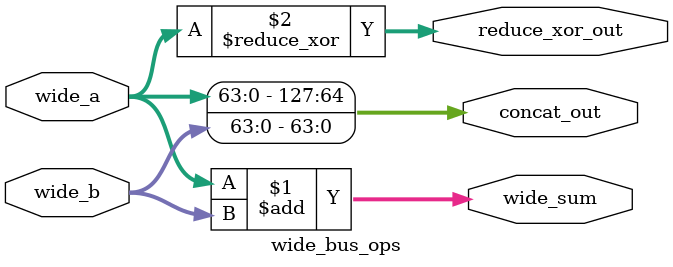
<source format=sv>
module wide_bus_ops (
    input wire [63:0] wide_a,
    input wire [63:0] wide_b,
    output wire [63:0] wide_sum,
    output wire [7:0] reduce_xor_out,
    output wire [127:0] concat_out
);
    assign wide_sum = wide_a + wide_b;
    assign reduce_xor_out = ^wide_a[63:0];
    assign concat_out = {wide_a, wide_b};
endmodule


</source>
